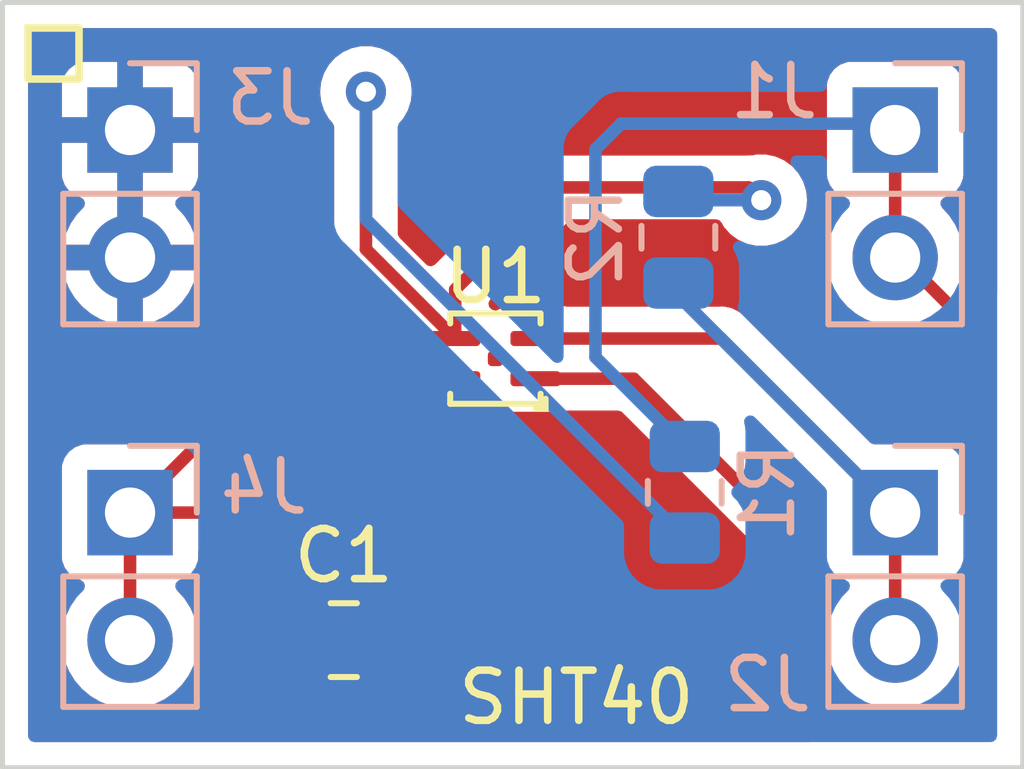
<source format=kicad_pcb>
(kicad_pcb (version 20211014) (generator pcbnew)
  (layers (0 "F.Cu" signal) (31 "B.Cu" signal) (34 "B.Paste" user) (35 "F.Paste" user) (36 "B.SilkS" user "B.Silkscreen") (37 "F.SilkS" user "F.Silkscreen") (38 "B.Mask" user) (39 "F.Mask" user) (44 "Edge.Cuts" user))
  (net 0 "")
  (net 1 "GND")
  (net 2 "Net-(C1-Pad2)")
  (net 3 "Net-(J1-Pad1)")
  (net 4 "Net-(J2-Pad1)")
  (footprint "Capacitor_SMD:C_0805_2012Metric" (layer "F.Cu") (at 141.417 76.2)
    (fp_text reference "C1" (at 0 -1.68) (layer "F.SilkS"))
    (fp_text value "100n")
    (fp_line (start -0.261252 -0.735) (end 0.261252 -0.735) (layer "F.SilkS") (width 0.12))
    (fp_line (start -0.261252 0.735) (end 0.261252 0.735) (layer "F.SilkS") (width 0.12))
    (pad "1" smd roundrect (at -0.95 0) (size 1 1.45) (layers "F.Cu" "F.Paste" "F.Mask") (net 1 "GND"))
    (pad "2" smd roundrect (at 0.95 0) (size 1 1.45) (layers "F.Cu" "F.Paste" "F.Mask") (net 2 "Net-(C1-Pad2)"))
  )
  (footprint "city_node_footprints:SHT40" (layer "F.Cu") (at 144.437 70.593 180)
    (fp_text reference "U1" (at 0 1.632 unlocked) (layer "F.SilkS"))
    (fp_text value "SHT40")
    (fp_line (start -0.9 0.7) (end -0.9 0.9) (layer "F.SilkS") (width 0.12))
    (fp_line (start -0.9 -0.9) (end 0.9 -0.9) (layer "F.SilkS") (width 0.12))
    (fp_line (start -1 -0.8) (end -1 -1) (layer "F.SilkS") (width 0.12))
    (fp_line (start 0.9 -0.9) (end 0.9 -0.7) (layer "F.SilkS") (width 0.12))
    (fp_line (start -0.9 0.9) (end 0.9 0.9) (layer "F.SilkS") (width 0.12))
    (fp_line (start 0.9 0.9) (end 0.9 0.7) (layer "F.SilkS") (width 0.12))
    (fp_line (start -0.9 -0.7) (end -0.9 -0.9) (layer "F.SilkS") (width 0.12))
    (fp_line (start -1 -1) (end -0.8 -1) (layer "F.SilkS") (width 0.12))
    (pad "1" smd roundrect (at -0.8 -0.4 180) (size 1 0.3) (layers "F.Cu" "F.Paste" "F.Mask") (net 3 "Net-(J1-Pad1)"))
    (pad "2" smd roundrect (at -0.8 0.4 180) (size 1 0.3) (layers "F.Cu" "F.Paste" "F.Mask") (net 4 "Net-(J2-Pad1)"))
    (pad "3" smd roundrect (at 0.8 0.4 180) (size 1 0.3) (layers "F.Cu" "F.Paste" "F.Mask") (net 2 "Net-(C1-Pad2)"))
    (pad "4" smd roundrect (at 0.8 -0.4 180) (size 1 0.3) (layers "F.Cu" "F.Paste" "F.Mask") (net 1 "GND"))
    (pad "5" smd roundrect (at 0 0 180) (size 0.3 0.3) (layers "F.Cu" "F.Paste" "F.Mask"))
  )
  (footprint "Connector_PinHeader_2.54mm:PinHeader_1x02_P2.54mm_Vertical" (layer "B.Cu") (at 137.16 73.66 180)
    (fp_text reference "J4" (at -2.667 0.508) (layer "B.SilkS") (effects (justify mirror)))
    (fp_text value "Conn_01x02_Female" hide)
    (fp_line (start -1.33 -1.27) (end -1.33 -3.87) (layer "B.SilkS") (width 0.12))
    (fp_line (start 1.33 -1.27) (end 1.33 -3.87) (layer "B.SilkS") (width 0.12))
    (fp_line (start -1.33 -1.27) (end 1.33 -1.27) (layer "B.SilkS") (width 0.12))
    (fp_line (start -1.33 0) (end -1.33 1.33) (layer "B.SilkS") (width 0.12))
    (fp_line (start -1.33 1.33) (end 0 1.33) (layer "B.SilkS") (width 0.12))
    (fp_line (start -1.33 -3.87) (end 1.33 -3.87) (layer "B.SilkS") (width 0.12))
    (pad "1" thru_hole rect (at 0 0 180) (size 1.7 1.7) (drill 1) (layers *.Cu *.Mask) (net 2 "Net-(C1-Pad2)"))
    (pad "2" thru_hole oval (at 0 -2.54 180) (size 1.7 1.7) (drill 1) (layers *.Cu *.Mask) (net 2 "Net-(C1-Pad2)"))
  )
  (footprint "Resistor_SMD:R_0805_2012Metric" (layer "B.Cu") (at 148.082 68.1755 -90)
    (fp_text reference "R2" (at 0 1.65 90) (layer "B.SilkS") (effects (justify mirror)))
    (fp_text value "10k")
    (fp_line (start -0.227064 0.735) (end 0.227064 0.735) (layer "B.SilkS") (width 0.12))
    (fp_line (start -0.227064 -0.735) (end 0.227064 -0.735) (layer "B.SilkS") (width 0.12))
    (pad "1" smd roundrect (at -0.9125 0 270) (size 1.025 1.4) (layers "B.Cu" "B.Paste" "B.Mask") (roundrect_rratio 0.243902) (net 2 "Net-(C1-Pad2)"))
    (pad "2" smd roundrect (at 0.9125 0 270) (size 1.025 1.4) (layers "B.Cu" "B.Paste" "B.Mask") (roundrect_rratio 0.243902) (net 4 "Net-(J2-Pad1)"))
  )
  (footprint "Resistor_SMD:R_0805_2012Metric" (layer "B.Cu") (at 148.209 73.2555 90)
    (fp_text reference "R1" (at 0 1.65 90) (layer "B.SilkS") (effects (justify mirror)))
    (fp_text value "10k")
    (fp_line (start -0.227064 0.735) (end 0.227064 0.735) (layer "B.SilkS") (width 0.12))
    (fp_line (start -0.227064 -0.735) (end 0.227064 -0.735) (layer "B.SilkS") (width 0.12))
    (pad "1" smd roundrect (at -0.9125 0 90) (size 1.025 1.4) (layers "B.Cu" "B.Paste" "B.Mask") (roundrect_rratio 0.243902) (net 2 "Net-(C1-Pad2)"))
    (pad "2" smd roundrect (at 0.9125 0 90) (size 1.025 1.4) (layers "B.Cu" "B.Paste" "B.Mask") (roundrect_rratio 0.243902) (net 3 "Net-(J1-Pad1)"))
  )
  (footprint "Connector_PinHeader_2.54mm:PinHeader_1x02_P2.54mm_Vertical" (layer "B.Cu") (at 152.4 66.04 180)
    (fp_text reference "J1" (at 2.413 0.762) (layer "B.SilkS") (effects (justify mirror)))
    (fp_text value "Conn_01x02_Female" hide)
    (fp_line (start -1.33 -1.27) (end 1.33 -1.27) (layer "B.SilkS") (width 0.12))
    (fp_line (start -1.33 0) (end -1.33 1.33) (layer "B.SilkS") (width 0.12))
    (fp_line (start -1.33 1.33) (end 0 1.33) (layer "B.SilkS") (width 0.12))
    (fp_line (start -1.33 -1.27) (end -1.33 -3.87) (layer "B.SilkS") (width 0.12))
    (fp_line (start 1.33 -1.27) (end 1.33 -3.87) (layer "B.SilkS") (width 0.12))
    (fp_line (start -1.33 -3.87) (end 1.33 -3.87) (layer "B.SilkS") (width 0.12))
    (pad "1" thru_hole rect (at 0 0 180) (size 1.7 1.7) (drill 1) (layers *.Cu *.Mask) (net 3 "Net-(J1-Pad1)"))
    (pad "2" thru_hole oval (at 0 -2.54 180) (size 1.7 1.7) (drill 1) (layers *.Cu *.Mask) (net 3 "Net-(J1-Pad1)"))
  )
  (footprint "Connector_PinHeader_2.54mm:PinHeader_1x02_P2.54mm_Vertical" (layer "B.Cu") (at 137.16 66.04 180)
    (fp_text reference "J3" (at -2.794 0.635) (layer "B.SilkS") (effects (justify mirror)))
    (fp_text value "Conn_01x02_Female" hide)
    (fp_line (start 1.33 -1.27) (end 1.33 -3.87) (layer "B.SilkS") (width 0.12))
    (fp_line (start -1.33 -1.27) (end 1.33 -1.27) (layer "B.SilkS") (width 0.12))
    (fp_line (start -1.33 1.33) (end 0 1.33) (layer "B.SilkS") (width 0.12))
    (fp_line (start -1.33 0) (end -1.33 1.33) (layer "B.SilkS") (width 0.12))
    (fp_line (start -1.33 -3.87) (end 1.33 -3.87) (layer "B.SilkS") (width 0.12))
    (fp_line (start -1.33 -1.27) (end -1.33 -3.87) (layer "B.SilkS") (width 0.12))
    (pad "1" thru_hole rect (at 0 0 180) (size 1.7 1.7) (drill 1) (layers *.Cu *.Mask) (net 1 "GND"))
    (pad "2" thru_hole oval (at 0 -2.54 180) (size 1.7 1.7) (drill 1) (layers *.Cu *.Mask) (net 1 "GND"))
  )
  (footprint "Connector_PinHeader_2.54mm:PinHeader_1x02_P2.54mm_Vertical" (layer "B.Cu") (at 152.4 73.66 180)
    (fp_text reference "J2" (at 2.54 -3.429) (layer "B.SilkS") (effects (justify mirror)))
    (fp_text value "Conn_01x02_Female" hide)
    (fp_line (start -1.33 -3.87) (end 1.33 -3.87) (layer "B.SilkS") (width 0.12))
    (fp_line (start -1.33 1.33) (end 0 1.33) (layer "B.SilkS") (width 0.12))
    (fp_line (start -1.33 -1.27) (end -1.33 -3.87) (layer "B.SilkS") (width 0.12))
    (fp_line (start -1.33 -1.27) (end 1.33 -1.27) (layer "B.SilkS") (width 0.12))
    (fp_line (start 1.33 -1.27) (end 1.33 -3.87) (layer "B.SilkS") (width 0.12))
    (fp_line (start -1.33 0) (end -1.33 1.33) (layer "B.SilkS") (width 0.12))
    (pad "1" thru_hole rect (at 0 0 180) (size 1.7 1.7) (drill 1) (layers *.Cu *.Mask) (net 4 "Net-(J2-Pad1)"))
    (pad "2" thru_hole oval (at 0 -2.54 180) (size 1.7 1.7) (drill 1) (layers *.Cu *.Mask) (net 4 "Net-(J2-Pad1)"))
  )
  (gr_rect (start 135.128 64.008) (end 136.144 65.024) (layer "F.SilkS") (width 0.15) (fill none))
  (gr_rect (start 134.62 63.5) (end 154.94 78.74) (layer "Edge.Cuts") (width 0.1) (fill none))
  (gr_text "SHT40" (at 146.05 77.343) (layer "F.SilkS") (effects (font (size 1 1))))
  (segment (start 149.479 67.183) (end 149.733 67.437) (width 0.25) (layer "F.Cu") (net 2))
  (segment (start 140.208 73.66) (end 137.16 73.66) (width 0.25) (layer "F.Cu") (net 2))
  (segment (start 143.637 70.193) (end 143.637 69.215) (width 0.25) (layer "F.Cu") (net 2))
  (segment (start 142.367 76.2) (end 142.367 75.819) (width 0.25) (layer "F.Cu") (net 2))
  (segment (start 142.367 75.819) (end 140.208 73.66) (width 0.25) (layer "F.Cu") (net 2))
  (segment (start 145.669 67.183) (end 149.479 67.183) (width 0.25) (layer "F.Cu") (net 2))
  (segment (start 143.637 70.193) (end 140.627 70.193) (width 0.25) (layer "F.Cu") (net 2))
  (segment (start 143.637 70.193) (end 141.859 68.415) (width 0.25) (layer "F.Cu") (net 2))
  (segment (start 137.16 76.2) (end 137.16 73.66) (width 0.25) (layer "F.Cu") (net 2))
  (segment (start 143.637 69.215) (end 145.669 67.183) (width 0.25) (layer "F.Cu") (net 2))
  (segment (start 140.627 70.193) (end 137.16 73.66) (width 0.25) (layer "F.Cu") (net 2))
  (segment (start 141.859 68.415) (end 141.859 65.278) (width 0.25) (layer "F.Cu") (net 2))
  (via (at 149.733 67.437) (size 0.8) (drill 0.4) (layers "F.Cu" "B.Cu") (net 2))
  (via (at 141.859 65.278) (size 0.8) (drill 0.4) (layers "F.Cu" "B.Cu") (net 2))
  (segment (start 149.733 67.437) (end 148.256 67.437) (width 0.25) (layer "B.Cu") (net 2))
  (segment (start 148.256 67.437) (end 148.082 67.263) (width 0.25) (layer "B.Cu") (net 2))
  (segment (start 141.859 67.818) (end 148.209 74.168) (width 0.25) (layer "B.Cu") (net 2))
  (segment (start 141.859 65.278) (end 141.859 67.818) (width 0.25) (layer "B.Cu") (net 2))
  (segment (start 152.4 68.58) (end 152.4 66.04) (width 0.25) (layer "F.Cu") (net 3))
  (segment (start 151.511 77.851) (end 153.035 77.851) (width 0.25) (layer "F.Cu") (net 3))
  (segment (start 145.237 70.993) (end 147.193 70.993) (width 0.25) (layer "F.Cu") (net 3))
  (segment (start 153.035 77.851) (end 154.178 76.708) (width 0.25) (layer "F.Cu") (net 3))
  (segment (start 154.178 70.231) (end 152.527 68.58) (width 0.25) (layer "F.Cu") (net 3))
  (segment (start 152.527 68.58) (end 152.4 68.58) (width 0.25) (layer "F.Cu") (net 3))
  (segment (start 154.178 76.708) (end 154.178 70.231) (width 0.25) (layer "F.Cu") (net 3))
  (segment (start 150.876 77.216) (end 151.511 77.851) (width 0.25) (layer "F.Cu") (net 3))
  (segment (start 147.193 70.993) (end 150.876 74.676) (width 0.25) (layer "F.Cu") (net 3))
  (segment (start 150.876 74.676) (end 150.876 77.216) (width 0.25) (layer "F.Cu") (net 3))
  (segment (start 152.273 65.913) (end 152.4 66.04) (width 0.25) (layer "B.Cu") (net 3))
  (segment (start 146.431 66.421) (end 146.939 65.913) (width 0.25) (layer "B.Cu") (net 3))
  (segment (start 146.939 65.913) (end 152.273 65.913) (width 0.25) (layer "B.Cu") (net 3))
  (segment (start 146.431 70.565) (end 146.431 66.421) (width 0.25) (layer "B.Cu") (net 3))
  (segment (start 148.209 72.343) (end 146.431 70.565) (width 0.25) (layer "B.Cu") (net 3))
  (segment (start 148.933 70.193) (end 152.4 73.66) (width 0.25) (layer "F.Cu") (net 4))
  (segment (start 152.4 73.66) (end 152.4 76.2) (width 0.25) (layer "F.Cu") (net 4))
  (segment (start 145.237 70.193) (end 148.933 70.193) (width 0.25) (layer "F.Cu") (net 4))
  (segment (start 148.082 69.088) (end 148.082 69.342) (width 0.25) (layer "B.Cu") (net 4))
  (segment (start 148.082 69.342) (end 152.4 73.66) (width 0.25) (layer "B.Cu") (net 4))
  (zone (net 1) (net_name "GND") (layers F&B.Cu) (connect_pads (clearance 0.508)) (min_thickness 0.254) (fill yes (thermal_gap 0.508) (thermal_bridge_width 0.508))
    (polygon (pts (xy 154.94 78.74) (xy 134.62 78.74) (xy 134.62 63.5) (xy 154.94 63.5)))
  )
)
</source>
